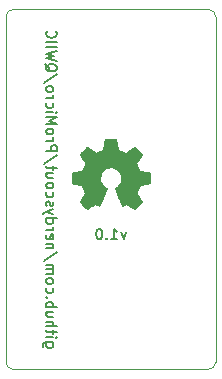
<source format=gbr>
%TF.GenerationSoftware,KiCad,Pcbnew,5.1.6+dfsg1-1~bpo10+1*%
%TF.CreationDate,Date%
%TF.ProjectId,ProMicro_QWIIC,50726f4d-6963-4726-9f5f-51574949432e,v1.0*%
%TF.SameCoordinates,Original*%
%TF.FileFunction,Legend,Bot*%
%TF.FilePolarity,Positive*%
%FSLAX45Y45*%
G04 Gerber Fmt 4.5, Leading zero omitted, Abs format (unit mm)*
G04 Created by KiCad*
%MOMM*%
%LPD*%
G01*
G04 APERTURE LIST*
%TA.AperFunction,Profile*%
%ADD10C,0.100000*%
%TD*%
%ADD11C,0.200000*%
%ADD12C,0.010000*%
%ADD13O,1.700000X1.700000*%
%ADD14R,1.700000X1.700000*%
%ADD15O,1.600000X1.600000*%
%ADD16R,1.600000X1.600000*%
G04 APERTURE END LIST*
D10*
X1651000Y63500D02*
X1651000Y-2857500D01*
X-127000Y-2857500D02*
X-127000Y63500D01*
D11*
X890571Y-1758714D02*
X869143Y-1818714D01*
X847714Y-1758714D01*
X766286Y-1818714D02*
X817714Y-1818714D01*
X792000Y-1818714D02*
X792000Y-1728714D01*
X800571Y-1741571D01*
X809143Y-1750143D01*
X817714Y-1754428D01*
X727714Y-1810143D02*
X723428Y-1814428D01*
X727714Y-1818714D01*
X732000Y-1814428D01*
X727714Y-1810143D01*
X727714Y-1818714D01*
X667714Y-1728714D02*
X659143Y-1728714D01*
X650571Y-1733000D01*
X646286Y-1737286D01*
X642000Y-1745857D01*
X637714Y-1763000D01*
X637714Y-1784428D01*
X642000Y-1801571D01*
X646286Y-1810143D01*
X650571Y-1814428D01*
X659143Y-1818714D01*
X667714Y-1818714D01*
X676286Y-1814428D01*
X680571Y-1810143D01*
X684857Y-1801571D01*
X689143Y-1784428D01*
X689143Y-1763000D01*
X684857Y-1745857D01*
X680571Y-1737286D01*
X676286Y-1733000D01*
X667714Y-1728714D01*
X273286Y-2693429D02*
X200428Y-2693429D01*
X191857Y-2697714D01*
X187571Y-2702000D01*
X183286Y-2710571D01*
X183286Y-2723429D01*
X187571Y-2732000D01*
X217571Y-2693429D02*
X213286Y-2702000D01*
X213286Y-2719143D01*
X217571Y-2727714D01*
X221857Y-2732000D01*
X230428Y-2736286D01*
X256143Y-2736286D01*
X264714Y-2732000D01*
X269000Y-2727714D01*
X273286Y-2719143D01*
X273286Y-2702000D01*
X269000Y-2693429D01*
X213286Y-2650571D02*
X273286Y-2650571D01*
X303286Y-2650571D02*
X299000Y-2654857D01*
X294714Y-2650571D01*
X299000Y-2646286D01*
X303286Y-2650571D01*
X294714Y-2650571D01*
X273286Y-2620571D02*
X273286Y-2586286D01*
X303286Y-2607714D02*
X226143Y-2607714D01*
X217571Y-2603429D01*
X213286Y-2594857D01*
X213286Y-2586286D01*
X213286Y-2556286D02*
X303286Y-2556286D01*
X213286Y-2517714D02*
X260428Y-2517714D01*
X269000Y-2522000D01*
X273286Y-2530571D01*
X273286Y-2543429D01*
X269000Y-2552000D01*
X264714Y-2556286D01*
X273286Y-2436286D02*
X213286Y-2436286D01*
X273286Y-2474857D02*
X226143Y-2474857D01*
X217571Y-2470571D01*
X213286Y-2462000D01*
X213286Y-2449143D01*
X217571Y-2440571D01*
X221857Y-2436286D01*
X213286Y-2393429D02*
X303286Y-2393429D01*
X269000Y-2393429D02*
X273286Y-2384857D01*
X273286Y-2367714D01*
X269000Y-2359143D01*
X264714Y-2354857D01*
X256143Y-2350571D01*
X230428Y-2350571D01*
X221857Y-2354857D01*
X217571Y-2359143D01*
X213286Y-2367714D01*
X213286Y-2384857D01*
X217571Y-2393429D01*
X221857Y-2312000D02*
X217571Y-2307714D01*
X213286Y-2312000D01*
X217571Y-2316286D01*
X221857Y-2312000D01*
X213286Y-2312000D01*
X217571Y-2230571D02*
X213286Y-2239143D01*
X213286Y-2256286D01*
X217571Y-2264857D01*
X221857Y-2269143D01*
X230428Y-2273429D01*
X256143Y-2273429D01*
X264714Y-2269143D01*
X269000Y-2264857D01*
X273286Y-2256286D01*
X273286Y-2239143D01*
X269000Y-2230571D01*
X213286Y-2179143D02*
X217571Y-2187714D01*
X221857Y-2192000D01*
X230428Y-2196286D01*
X256143Y-2196286D01*
X264714Y-2192000D01*
X269000Y-2187714D01*
X273286Y-2179143D01*
X273286Y-2166286D01*
X269000Y-2157714D01*
X264714Y-2153429D01*
X256143Y-2149143D01*
X230428Y-2149143D01*
X221857Y-2153429D01*
X217571Y-2157714D01*
X213286Y-2166286D01*
X213286Y-2179143D01*
X213286Y-2110571D02*
X273286Y-2110571D01*
X264714Y-2110571D02*
X269000Y-2106286D01*
X273286Y-2097714D01*
X273286Y-2084857D01*
X269000Y-2076286D01*
X260428Y-2072000D01*
X213286Y-2072000D01*
X260428Y-2072000D02*
X269000Y-2067714D01*
X273286Y-2059143D01*
X273286Y-2046286D01*
X269000Y-2037714D01*
X260428Y-2033428D01*
X213286Y-2033428D01*
X307571Y-1926286D02*
X191857Y-2003428D01*
X273286Y-1896286D02*
X213286Y-1896286D01*
X264714Y-1896286D02*
X269000Y-1892000D01*
X273286Y-1883428D01*
X273286Y-1870571D01*
X269000Y-1862000D01*
X260428Y-1857714D01*
X213286Y-1857714D01*
X217571Y-1780571D02*
X213286Y-1789143D01*
X213286Y-1806286D01*
X217571Y-1814857D01*
X226143Y-1819143D01*
X260428Y-1819143D01*
X269000Y-1814857D01*
X273286Y-1806286D01*
X273286Y-1789143D01*
X269000Y-1780571D01*
X260428Y-1776286D01*
X251857Y-1776286D01*
X243286Y-1819143D01*
X213286Y-1737714D02*
X273286Y-1737714D01*
X256143Y-1737714D02*
X264714Y-1733428D01*
X269000Y-1729143D01*
X273286Y-1720571D01*
X273286Y-1712000D01*
X213286Y-1643428D02*
X303286Y-1643428D01*
X217571Y-1643428D02*
X213286Y-1652000D01*
X213286Y-1669143D01*
X217571Y-1677714D01*
X221857Y-1682000D01*
X230428Y-1686286D01*
X256143Y-1686286D01*
X264714Y-1682000D01*
X269000Y-1677714D01*
X273286Y-1669143D01*
X273286Y-1652000D01*
X269000Y-1643428D01*
X273286Y-1609143D02*
X213286Y-1587714D01*
X273286Y-1566286D02*
X213286Y-1587714D01*
X191857Y-1596286D01*
X187571Y-1600571D01*
X183286Y-1609143D01*
X217571Y-1536286D02*
X213286Y-1527714D01*
X213286Y-1510571D01*
X217571Y-1502000D01*
X226143Y-1497714D01*
X230428Y-1497714D01*
X239000Y-1502000D01*
X243286Y-1510571D01*
X243286Y-1523428D01*
X247571Y-1532000D01*
X256143Y-1536286D01*
X260428Y-1536286D01*
X269000Y-1532000D01*
X273286Y-1523428D01*
X273286Y-1510571D01*
X269000Y-1502000D01*
X217571Y-1420571D02*
X213286Y-1429143D01*
X213286Y-1446286D01*
X217571Y-1454857D01*
X221857Y-1459143D01*
X230428Y-1463428D01*
X256143Y-1463428D01*
X264714Y-1459143D01*
X269000Y-1454857D01*
X273286Y-1446286D01*
X273286Y-1429143D01*
X269000Y-1420571D01*
X213286Y-1369143D02*
X217571Y-1377714D01*
X221857Y-1382000D01*
X230428Y-1386286D01*
X256143Y-1386286D01*
X264714Y-1382000D01*
X269000Y-1377714D01*
X273286Y-1369143D01*
X273286Y-1356286D01*
X269000Y-1347714D01*
X264714Y-1343429D01*
X256143Y-1339143D01*
X230428Y-1339143D01*
X221857Y-1343429D01*
X217571Y-1347714D01*
X213286Y-1356286D01*
X213286Y-1369143D01*
X273286Y-1262000D02*
X213286Y-1262000D01*
X273286Y-1300571D02*
X226143Y-1300571D01*
X217571Y-1296286D01*
X213286Y-1287714D01*
X213286Y-1274857D01*
X217571Y-1266286D01*
X221857Y-1262000D01*
X273286Y-1232000D02*
X273286Y-1197714D01*
X303286Y-1219143D02*
X226143Y-1219143D01*
X217571Y-1214857D01*
X213286Y-1206286D01*
X213286Y-1197714D01*
X307571Y-1103429D02*
X191857Y-1180571D01*
X213286Y-1073429D02*
X303286Y-1073429D01*
X303286Y-1039143D01*
X299000Y-1030571D01*
X294714Y-1026286D01*
X286143Y-1022000D01*
X273286Y-1022000D01*
X264714Y-1026286D01*
X260428Y-1030571D01*
X256143Y-1039143D01*
X256143Y-1073429D01*
X213286Y-983428D02*
X273286Y-983428D01*
X256143Y-983428D02*
X264714Y-979143D01*
X269000Y-974857D01*
X273286Y-966286D01*
X273286Y-957714D01*
X213286Y-914857D02*
X217571Y-923428D01*
X221857Y-927714D01*
X230428Y-932000D01*
X256143Y-932000D01*
X264714Y-927714D01*
X269000Y-923428D01*
X273286Y-914857D01*
X273286Y-902000D01*
X269000Y-893428D01*
X264714Y-889143D01*
X256143Y-884857D01*
X230428Y-884857D01*
X221857Y-889143D01*
X217571Y-893428D01*
X213286Y-902000D01*
X213286Y-914857D01*
X213286Y-846286D02*
X303286Y-846286D01*
X239000Y-816286D01*
X303286Y-786286D01*
X213286Y-786286D01*
X213286Y-743428D02*
X273286Y-743428D01*
X303286Y-743428D02*
X299000Y-747714D01*
X294714Y-743428D01*
X299000Y-739143D01*
X303286Y-743428D01*
X294714Y-743428D01*
X217571Y-662000D02*
X213286Y-670571D01*
X213286Y-687714D01*
X217571Y-696286D01*
X221857Y-700571D01*
X230428Y-704857D01*
X256143Y-704857D01*
X264714Y-700571D01*
X269000Y-696286D01*
X273286Y-687714D01*
X273286Y-670571D01*
X269000Y-662000D01*
X213286Y-623429D02*
X273286Y-623429D01*
X256143Y-623429D02*
X264714Y-619143D01*
X269000Y-614857D01*
X273286Y-606286D01*
X273286Y-597714D01*
X213286Y-554857D02*
X217571Y-563429D01*
X221857Y-567714D01*
X230428Y-572000D01*
X256143Y-572000D01*
X264714Y-567714D01*
X269000Y-563429D01*
X273286Y-554857D01*
X273286Y-542000D01*
X269000Y-533429D01*
X264714Y-529143D01*
X256143Y-524857D01*
X230428Y-524857D01*
X221857Y-529143D01*
X217571Y-533429D01*
X213286Y-542000D01*
X213286Y-554857D01*
X307571Y-422000D02*
X191857Y-499143D01*
X204714Y-332000D02*
X209000Y-340571D01*
X217571Y-349143D01*
X230428Y-362000D01*
X234714Y-370571D01*
X234714Y-379143D01*
X213286Y-374857D02*
X217571Y-383428D01*
X226143Y-392000D01*
X243286Y-396286D01*
X273286Y-396286D01*
X290429Y-392000D01*
X299000Y-383428D01*
X303286Y-374857D01*
X303286Y-357714D01*
X299000Y-349143D01*
X290429Y-340571D01*
X273286Y-336286D01*
X243286Y-336286D01*
X226143Y-340571D01*
X217571Y-349143D01*
X213286Y-357714D01*
X213286Y-374857D01*
X303286Y-306286D02*
X213286Y-284857D01*
X277571Y-267714D01*
X213286Y-250571D01*
X303286Y-229143D01*
X213286Y-194857D02*
X303286Y-194857D01*
X213286Y-152000D02*
X303286Y-152000D01*
X221857Y-57714D02*
X217571Y-62000D01*
X213286Y-74857D01*
X213286Y-83429D01*
X217571Y-96286D01*
X226143Y-104857D01*
X234714Y-109143D01*
X251857Y-113428D01*
X264714Y-113428D01*
X281857Y-109143D01*
X290429Y-104857D01*
X299000Y-96286D01*
X303286Y-83429D01*
X303286Y-74857D01*
X299000Y-62000D01*
X294714Y-57714D01*
D10*
X-63500Y-2921000D02*
G75*
G02*
X-127000Y-2857500I0J63500D01*
G01*
X1651000Y-2857500D02*
G75*
G02*
X1587500Y-2921000I-63500J0D01*
G01*
X1587500Y127000D02*
G75*
G02*
X1651000Y63500I0J-63500D01*
G01*
X-127000Y63500D02*
G75*
G02*
X-63500Y127000I63500J0D01*
G01*
X1587500Y-2921000D02*
X-63500Y-2921000D01*
X-63500Y127000D02*
X1587500Y127000D01*
D12*
G36*
X706419Y-1016893D02*
G01*
X698037Y-1061356D01*
X667108Y-1074105D01*
X636179Y-1086855D01*
X599075Y-1061625D01*
X588684Y-1054600D01*
X579291Y-1048327D01*
X571335Y-1043094D01*
X565253Y-1039186D01*
X561484Y-1036889D01*
X560458Y-1036394D01*
X558609Y-1037668D01*
X554658Y-1041188D01*
X549048Y-1046506D01*
X542221Y-1053172D01*
X534621Y-1060735D01*
X526691Y-1068747D01*
X518872Y-1076757D01*
X511609Y-1084316D01*
X505344Y-1090975D01*
X500520Y-1096282D01*
X497579Y-1099789D01*
X496876Y-1100962D01*
X497888Y-1103126D01*
X500724Y-1107866D01*
X505087Y-1114719D01*
X510678Y-1123222D01*
X517199Y-1132909D01*
X520978Y-1138435D01*
X527866Y-1148525D01*
X533986Y-1157630D01*
X539042Y-1165297D01*
X542737Y-1171073D01*
X544774Y-1174504D01*
X545080Y-1175225D01*
X544386Y-1177275D01*
X542495Y-1182051D01*
X539691Y-1188883D01*
X536261Y-1197099D01*
X532489Y-1206027D01*
X528661Y-1214996D01*
X525063Y-1223334D01*
X521979Y-1230369D01*
X519696Y-1235431D01*
X518498Y-1237847D01*
X518428Y-1237942D01*
X516547Y-1238404D01*
X511538Y-1239433D01*
X503921Y-1240929D01*
X494213Y-1242790D01*
X482936Y-1244916D01*
X476356Y-1246142D01*
X464305Y-1248436D01*
X453420Y-1250620D01*
X444252Y-1252572D01*
X437352Y-1254175D01*
X433270Y-1255308D01*
X432449Y-1255667D01*
X431645Y-1258101D01*
X430997Y-1263596D01*
X430503Y-1271511D01*
X430164Y-1281203D01*
X429978Y-1292029D01*
X429946Y-1303347D01*
X430067Y-1314514D01*
X430341Y-1324887D01*
X430767Y-1333824D01*
X431344Y-1340683D01*
X432073Y-1344820D01*
X432510Y-1345681D01*
X435124Y-1346713D01*
X440661Y-1348189D01*
X448389Y-1349935D01*
X457577Y-1351778D01*
X460784Y-1352374D01*
X476248Y-1355207D01*
X488462Y-1357488D01*
X497833Y-1359308D01*
X504762Y-1360758D01*
X509653Y-1361929D01*
X512910Y-1362912D01*
X514937Y-1363796D01*
X516137Y-1364672D01*
X516305Y-1364846D01*
X517982Y-1367637D01*
X520539Y-1373070D01*
X523721Y-1380478D01*
X527274Y-1389197D01*
X530942Y-1398561D01*
X534469Y-1407905D01*
X537600Y-1416565D01*
X540081Y-1423874D01*
X541655Y-1429168D01*
X542067Y-1431781D01*
X542032Y-1431873D01*
X540636Y-1434009D01*
X537468Y-1438708D01*
X532861Y-1445483D01*
X527148Y-1453842D01*
X520663Y-1463298D01*
X518816Y-1465985D01*
X512230Y-1475727D01*
X506435Y-1484616D01*
X501746Y-1492141D01*
X498479Y-1497792D01*
X496950Y-1501058D01*
X496876Y-1501459D01*
X498161Y-1503568D01*
X501711Y-1507746D01*
X507071Y-1513544D01*
X513783Y-1520513D01*
X521391Y-1528204D01*
X529440Y-1536168D01*
X537471Y-1543956D01*
X545030Y-1551119D01*
X551660Y-1557207D01*
X556903Y-1561772D01*
X560305Y-1564365D01*
X561246Y-1564788D01*
X563436Y-1563791D01*
X567920Y-1561102D01*
X573968Y-1557174D01*
X578621Y-1554012D01*
X587053Y-1548210D01*
X597037Y-1541378D01*
X607053Y-1534558D01*
X612437Y-1530907D01*
X630663Y-1518580D01*
X645962Y-1526852D01*
X652932Y-1530476D01*
X658859Y-1533293D01*
X662869Y-1534899D01*
X663890Y-1535123D01*
X665117Y-1533472D01*
X667539Y-1528808D01*
X670974Y-1521561D01*
X675241Y-1512161D01*
X680161Y-1501037D01*
X685551Y-1488621D01*
X691232Y-1475343D01*
X697022Y-1461633D01*
X702741Y-1447920D01*
X708208Y-1434636D01*
X713242Y-1422210D01*
X717662Y-1411072D01*
X721288Y-1401654D01*
X723939Y-1394384D01*
X725434Y-1389694D01*
X725675Y-1388083D01*
X723769Y-1386029D01*
X719596Y-1382693D01*
X714029Y-1378770D01*
X713562Y-1378460D01*
X699174Y-1366942D01*
X687572Y-1353505D01*
X678857Y-1338578D01*
X673130Y-1322591D01*
X670491Y-1305974D01*
X671042Y-1289155D01*
X674881Y-1272566D01*
X682111Y-1256634D01*
X684237Y-1253149D01*
X695300Y-1239074D01*
X708370Y-1227771D01*
X722994Y-1219300D01*
X738719Y-1213719D01*
X755094Y-1211087D01*
X771667Y-1211463D01*
X787984Y-1214905D01*
X803593Y-1221472D01*
X818043Y-1231224D01*
X822513Y-1235181D01*
X833889Y-1247570D01*
X842178Y-1260612D01*
X847864Y-1275232D01*
X851031Y-1289709D01*
X851813Y-1305986D01*
X849206Y-1322344D01*
X843475Y-1338230D01*
X834886Y-1353091D01*
X823701Y-1366374D01*
X810188Y-1377526D01*
X808412Y-1378701D01*
X802785Y-1382551D01*
X798508Y-1385886D01*
X796463Y-1388016D01*
X796433Y-1388083D01*
X796872Y-1390387D01*
X798612Y-1395616D01*
X801473Y-1403339D01*
X805273Y-1413127D01*
X809833Y-1424549D01*
X814970Y-1437176D01*
X820504Y-1450577D01*
X826254Y-1464322D01*
X832040Y-1477981D01*
X837680Y-1491124D01*
X842994Y-1503320D01*
X847801Y-1514141D01*
X851920Y-1523155D01*
X855170Y-1529932D01*
X857370Y-1534043D01*
X858256Y-1535123D01*
X860964Y-1534282D01*
X866030Y-1532027D01*
X872582Y-1528761D01*
X876184Y-1526852D01*
X891483Y-1518580D01*
X909709Y-1530907D01*
X919012Y-1537223D01*
X929198Y-1544173D01*
X938744Y-1550716D01*
X943525Y-1554012D01*
X950249Y-1558527D01*
X955944Y-1562106D01*
X959865Y-1564294D01*
X961138Y-1564756D01*
X962992Y-1563508D01*
X967094Y-1560025D01*
X973047Y-1554668D01*
X980454Y-1547798D01*
X988916Y-1539778D01*
X994268Y-1534629D01*
X1003632Y-1525429D01*
X1011724Y-1517200D01*
X1018218Y-1510294D01*
X1022786Y-1505064D01*
X1025101Y-1501862D01*
X1025323Y-1501212D01*
X1024292Y-1498739D01*
X1021444Y-1493740D01*
X1017094Y-1486721D01*
X1011558Y-1478187D01*
X1005152Y-1468646D01*
X1003330Y-1465985D01*
X996693Y-1456317D01*
X990738Y-1447612D01*
X985798Y-1440359D01*
X982207Y-1435049D01*
X980298Y-1432170D01*
X980114Y-1431873D01*
X980389Y-1429578D01*
X981854Y-1424534D01*
X984251Y-1417404D01*
X987327Y-1408855D01*
X990824Y-1399551D01*
X994489Y-1390157D01*
X998066Y-1381340D01*
X1001299Y-1373763D01*
X1003934Y-1368093D01*
X1005714Y-1364994D01*
X1005841Y-1364846D01*
X1006929Y-1363960D01*
X1008768Y-1363084D01*
X1011761Y-1362128D01*
X1016310Y-1361000D01*
X1022821Y-1359609D01*
X1031696Y-1357866D01*
X1043339Y-1355680D01*
X1058154Y-1352959D01*
X1061362Y-1352374D01*
X1070869Y-1350537D01*
X1079157Y-1348741D01*
X1085493Y-1347157D01*
X1089146Y-1345960D01*
X1089636Y-1345681D01*
X1090443Y-1343207D01*
X1091099Y-1337679D01*
X1091603Y-1329739D01*
X1091956Y-1320030D01*
X1092156Y-1309194D01*
X1092204Y-1297874D01*
X1092098Y-1286713D01*
X1091838Y-1276353D01*
X1091425Y-1267437D01*
X1090856Y-1260607D01*
X1090133Y-1256507D01*
X1089697Y-1255667D01*
X1087270Y-1254821D01*
X1081743Y-1253444D01*
X1073666Y-1251655D01*
X1063591Y-1249575D01*
X1052068Y-1247322D01*
X1045790Y-1246142D01*
X1033879Y-1243915D01*
X1023256Y-1241898D01*
X1014443Y-1240192D01*
X1007957Y-1238897D01*
X1004317Y-1238116D01*
X1003718Y-1237942D01*
X1002706Y-1235989D01*
X1000566Y-1231284D01*
X997584Y-1224500D01*
X994044Y-1216309D01*
X990233Y-1207383D01*
X986435Y-1198394D01*
X982936Y-1190014D01*
X980021Y-1182915D01*
X977974Y-1177769D01*
X977082Y-1175250D01*
X977066Y-1175140D01*
X978077Y-1173152D01*
X980912Y-1168578D01*
X985272Y-1161872D01*
X990861Y-1153488D01*
X997379Y-1143883D01*
X1001168Y-1138365D01*
X1008072Y-1128248D01*
X1014205Y-1119063D01*
X1019266Y-1111274D01*
X1022957Y-1105347D01*
X1024978Y-1101745D01*
X1025270Y-1100938D01*
X1024015Y-1099058D01*
X1020546Y-1095046D01*
X1015306Y-1089349D01*
X1008738Y-1082419D01*
X1001286Y-1074703D01*
X993391Y-1066653D01*
X985498Y-1058716D01*
X978050Y-1051344D01*
X971489Y-1044985D01*
X966260Y-1040089D01*
X962804Y-1037106D01*
X961648Y-1036394D01*
X959765Y-1037395D01*
X955263Y-1040208D01*
X948579Y-1044545D01*
X940150Y-1050122D01*
X930414Y-1056651D01*
X923071Y-1061625D01*
X885967Y-1086855D01*
X824109Y-1061356D01*
X815727Y-1016893D01*
X807345Y-972431D01*
X714801Y-972431D01*
X706419Y-1016893D01*
G37*
X706419Y-1016893D02*
X698037Y-1061356D01*
X667108Y-1074105D01*
X636179Y-1086855D01*
X599075Y-1061625D01*
X588684Y-1054600D01*
X579291Y-1048327D01*
X571335Y-1043094D01*
X565253Y-1039186D01*
X561484Y-1036889D01*
X560458Y-1036394D01*
X558609Y-1037668D01*
X554658Y-1041188D01*
X549048Y-1046506D01*
X542221Y-1053172D01*
X534621Y-1060735D01*
X526691Y-1068747D01*
X518872Y-1076757D01*
X511609Y-1084316D01*
X505344Y-1090975D01*
X500520Y-1096282D01*
X497579Y-1099789D01*
X496876Y-1100962D01*
X497888Y-1103126D01*
X500724Y-1107866D01*
X505087Y-1114719D01*
X510678Y-1123222D01*
X517199Y-1132909D01*
X520978Y-1138435D01*
X527866Y-1148525D01*
X533986Y-1157630D01*
X539042Y-1165297D01*
X542737Y-1171073D01*
X544774Y-1174504D01*
X545080Y-1175225D01*
X544386Y-1177275D01*
X542495Y-1182051D01*
X539691Y-1188883D01*
X536261Y-1197099D01*
X532489Y-1206027D01*
X528661Y-1214996D01*
X525063Y-1223334D01*
X521979Y-1230369D01*
X519696Y-1235431D01*
X518498Y-1237847D01*
X518428Y-1237942D01*
X516547Y-1238404D01*
X511538Y-1239433D01*
X503921Y-1240929D01*
X494213Y-1242790D01*
X482936Y-1244916D01*
X476356Y-1246142D01*
X464305Y-1248436D01*
X453420Y-1250620D01*
X444252Y-1252572D01*
X437352Y-1254175D01*
X433270Y-1255308D01*
X432449Y-1255667D01*
X431645Y-1258101D01*
X430997Y-1263596D01*
X430503Y-1271511D01*
X430164Y-1281203D01*
X429978Y-1292029D01*
X429946Y-1303347D01*
X430067Y-1314514D01*
X430341Y-1324887D01*
X430767Y-1333824D01*
X431344Y-1340683D01*
X432073Y-1344820D01*
X432510Y-1345681D01*
X435124Y-1346713D01*
X440661Y-1348189D01*
X448389Y-1349935D01*
X457577Y-1351778D01*
X460784Y-1352374D01*
X476248Y-1355207D01*
X488462Y-1357488D01*
X497833Y-1359308D01*
X504762Y-1360758D01*
X509653Y-1361929D01*
X512910Y-1362912D01*
X514937Y-1363796D01*
X516137Y-1364672D01*
X516305Y-1364846D01*
X517982Y-1367637D01*
X520539Y-1373070D01*
X523721Y-1380478D01*
X527274Y-1389197D01*
X530942Y-1398561D01*
X534469Y-1407905D01*
X537600Y-1416565D01*
X540081Y-1423874D01*
X541655Y-1429168D01*
X542067Y-1431781D01*
X542032Y-1431873D01*
X540636Y-1434009D01*
X537468Y-1438708D01*
X532861Y-1445483D01*
X527148Y-1453842D01*
X520663Y-1463298D01*
X518816Y-1465985D01*
X512230Y-1475727D01*
X506435Y-1484616D01*
X501746Y-1492141D01*
X498479Y-1497792D01*
X496950Y-1501058D01*
X496876Y-1501459D01*
X498161Y-1503568D01*
X501711Y-1507746D01*
X507071Y-1513544D01*
X513783Y-1520513D01*
X521391Y-1528204D01*
X529440Y-1536168D01*
X537471Y-1543956D01*
X545030Y-1551119D01*
X551660Y-1557207D01*
X556903Y-1561772D01*
X560305Y-1564365D01*
X561246Y-1564788D01*
X563436Y-1563791D01*
X567920Y-1561102D01*
X573968Y-1557174D01*
X578621Y-1554012D01*
X587053Y-1548210D01*
X597037Y-1541378D01*
X607053Y-1534558D01*
X612437Y-1530907D01*
X630663Y-1518580D01*
X645962Y-1526852D01*
X652932Y-1530476D01*
X658859Y-1533293D01*
X662869Y-1534899D01*
X663890Y-1535123D01*
X665117Y-1533472D01*
X667539Y-1528808D01*
X670974Y-1521561D01*
X675241Y-1512161D01*
X680161Y-1501037D01*
X685551Y-1488621D01*
X691232Y-1475343D01*
X697022Y-1461633D01*
X702741Y-1447920D01*
X708208Y-1434636D01*
X713242Y-1422210D01*
X717662Y-1411072D01*
X721288Y-1401654D01*
X723939Y-1394384D01*
X725434Y-1389694D01*
X725675Y-1388083D01*
X723769Y-1386029D01*
X719596Y-1382693D01*
X714029Y-1378770D01*
X713562Y-1378460D01*
X699174Y-1366942D01*
X687572Y-1353505D01*
X678857Y-1338578D01*
X673130Y-1322591D01*
X670491Y-1305974D01*
X671042Y-1289155D01*
X674881Y-1272566D01*
X682111Y-1256634D01*
X684237Y-1253149D01*
X695300Y-1239074D01*
X708370Y-1227771D01*
X722994Y-1219300D01*
X738719Y-1213719D01*
X755094Y-1211087D01*
X771667Y-1211463D01*
X787984Y-1214905D01*
X803593Y-1221472D01*
X818043Y-1231224D01*
X822513Y-1235181D01*
X833889Y-1247570D01*
X842178Y-1260612D01*
X847864Y-1275232D01*
X851031Y-1289709D01*
X851813Y-1305986D01*
X849206Y-1322344D01*
X843475Y-1338230D01*
X834886Y-1353091D01*
X823701Y-1366374D01*
X810188Y-1377526D01*
X808412Y-1378701D01*
X802785Y-1382551D01*
X798508Y-1385886D01*
X796463Y-1388016D01*
X796433Y-1388083D01*
X796872Y-1390387D01*
X798612Y-1395616D01*
X801473Y-1403339D01*
X805273Y-1413127D01*
X809833Y-1424549D01*
X814970Y-1437176D01*
X820504Y-1450577D01*
X826254Y-1464322D01*
X832040Y-1477981D01*
X837680Y-1491124D01*
X842994Y-1503320D01*
X847801Y-1514141D01*
X851920Y-1523155D01*
X855170Y-1529932D01*
X857370Y-1534043D01*
X858256Y-1535123D01*
X860964Y-1534282D01*
X866030Y-1532027D01*
X872582Y-1528761D01*
X876184Y-1526852D01*
X891483Y-1518580D01*
X909709Y-1530907D01*
X919012Y-1537223D01*
X929198Y-1544173D01*
X938744Y-1550716D01*
X943525Y-1554012D01*
X950249Y-1558527D01*
X955944Y-1562106D01*
X959865Y-1564294D01*
X961138Y-1564756D01*
X962992Y-1563508D01*
X967094Y-1560025D01*
X973047Y-1554668D01*
X980454Y-1547798D01*
X988916Y-1539778D01*
X994268Y-1534629D01*
X1003632Y-1525429D01*
X1011724Y-1517200D01*
X1018218Y-1510294D01*
X1022786Y-1505064D01*
X1025101Y-1501862D01*
X1025323Y-1501212D01*
X1024292Y-1498739D01*
X1021444Y-1493740D01*
X1017094Y-1486721D01*
X1011558Y-1478187D01*
X1005152Y-1468646D01*
X1003330Y-1465985D01*
X996693Y-1456317D01*
X990738Y-1447612D01*
X985798Y-1440359D01*
X982207Y-1435049D01*
X980298Y-1432170D01*
X980114Y-1431873D01*
X980389Y-1429578D01*
X981854Y-1424534D01*
X984251Y-1417404D01*
X987327Y-1408855D01*
X990824Y-1399551D01*
X994489Y-1390157D01*
X998066Y-1381340D01*
X1001299Y-1373763D01*
X1003934Y-1368093D01*
X1005714Y-1364994D01*
X1005841Y-1364846D01*
X1006929Y-1363960D01*
X1008768Y-1363084D01*
X1011761Y-1362128D01*
X1016310Y-1361000D01*
X1022821Y-1359609D01*
X1031696Y-1357866D01*
X1043339Y-1355680D01*
X1058154Y-1352959D01*
X1061362Y-1352374D01*
X1070869Y-1350537D01*
X1079157Y-1348741D01*
X1085493Y-1347157D01*
X1089146Y-1345960D01*
X1089636Y-1345681D01*
X1090443Y-1343207D01*
X1091099Y-1337679D01*
X1091603Y-1329739D01*
X1091956Y-1320030D01*
X1092156Y-1309194D01*
X1092204Y-1297874D01*
X1092098Y-1286713D01*
X1091838Y-1276353D01*
X1091425Y-1267437D01*
X1090856Y-1260607D01*
X1090133Y-1256507D01*
X1089697Y-1255667D01*
X1087270Y-1254821D01*
X1081743Y-1253444D01*
X1073666Y-1251655D01*
X1063591Y-1249575D01*
X1052068Y-1247322D01*
X1045790Y-1246142D01*
X1033879Y-1243915D01*
X1023256Y-1241898D01*
X1014443Y-1240192D01*
X1007957Y-1238897D01*
X1004317Y-1238116D01*
X1003718Y-1237942D01*
X1002706Y-1235989D01*
X1000566Y-1231284D01*
X997584Y-1224500D01*
X994044Y-1216309D01*
X990233Y-1207383D01*
X986435Y-1198394D01*
X982936Y-1190014D01*
X980021Y-1182915D01*
X977974Y-1177769D01*
X977082Y-1175250D01*
X977066Y-1175140D01*
X978077Y-1173152D01*
X980912Y-1168578D01*
X985272Y-1161872D01*
X990861Y-1153488D01*
X997379Y-1143883D01*
X1001168Y-1138365D01*
X1008072Y-1128248D01*
X1014205Y-1119063D01*
X1019266Y-1111274D01*
X1022957Y-1105347D01*
X1024978Y-1101745D01*
X1025270Y-1100938D01*
X1024015Y-1099058D01*
X1020546Y-1095046D01*
X1015306Y-1089349D01*
X1008738Y-1082419D01*
X1001286Y-1074703D01*
X993391Y-1066653D01*
X985498Y-1058716D01*
X978050Y-1051344D01*
X971489Y-1044985D01*
X966260Y-1040089D01*
X962804Y-1037106D01*
X961648Y-1036394D01*
X959765Y-1037395D01*
X955263Y-1040208D01*
X948579Y-1044545D01*
X940150Y-1050122D01*
X930414Y-1056651D01*
X923071Y-1061625D01*
X885967Y-1086855D01*
X824109Y-1061356D01*
X815727Y-1016893D01*
X807345Y-972431D01*
X714801Y-972431D01*
X706419Y-1016893D01*
%LPC*%
D13*
X508000Y-635000D03*
X762000Y-635000D03*
D14*
X1016000Y-635000D03*
D13*
X1016000Y-2159000D03*
X762000Y-2159000D03*
D14*
X508000Y-2159000D03*
D13*
X1270000Y-1143000D03*
D14*
X1270000Y-889000D03*
D13*
X1270000Y-1905000D03*
D14*
X1270000Y-1651000D03*
D15*
X1524000Y0D03*
X1524000Y-254000D03*
X1524000Y-508000D03*
X0Y-2794000D03*
X1524000Y-762000D03*
X0Y-2540000D03*
X1524000Y-1016000D03*
X0Y-2286000D03*
X1524000Y-1270000D03*
X0Y-2032000D03*
X1524000Y-1524000D03*
X0Y-1778000D03*
X1524000Y-1778000D03*
X0Y-1524000D03*
X1524000Y-2032000D03*
X0Y-1270000D03*
X1524000Y-2286000D03*
X0Y-1016000D03*
X1524000Y-2540000D03*
X0Y-762000D03*
X1524000Y-2794000D03*
X0Y-508000D03*
X0Y-254000D03*
D16*
X0Y0D03*
M02*

</source>
